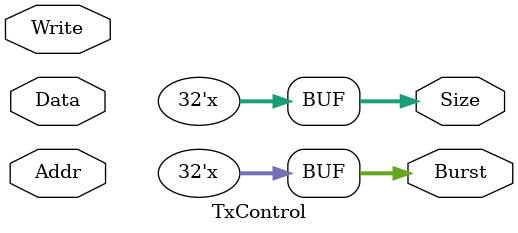
<source format=v>
module TxControl(Addr,Data,Write,Size,Burst);
  input[3:0] Addr;
  input[31:0] Data;
  input Write;
  output[31:0] Burst;
  output[31:0] Size; 
  reg[31:0] Burst;
  reg[31:0] Size;
  reg[31:0] SizeReg;
  reg[31:0] BurstReg;
  
  always@(*)
  begin
    if(Write==1)
      begin
        if(Addr==4'b0010)
          begin
            BurstReg = Data;
          end
          
          if(Addr==4'b0100)
          begin
            SizeReg = Data * 8;
          end

           
      end
      
    else if(Write==0)
      begin
        Burst = BurstReg;
        Size = SizeReg;
      end

      end 
 endmodule
  
  



</source>
